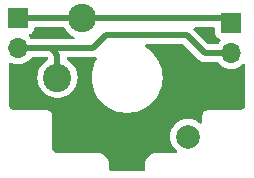
<source format=gbr>
%TF.GenerationSoftware,KiCad,Pcbnew,8.0.2*%
%TF.CreationDate,2024-08-23T14:06:52-07:00*%
%TF.ProjectId,UGC_MechTrigger,5547435f-4d65-4636-9854-726967676572,rev?*%
%TF.SameCoordinates,Original*%
%TF.FileFunction,Copper,L1,Top*%
%TF.FilePolarity,Positive*%
%FSLAX46Y46*%
G04 Gerber Fmt 4.6, Leading zero omitted, Abs format (unit mm)*
G04 Created by KiCad (PCBNEW 8.0.2) date 2024-08-23 14:06:52*
%MOMM*%
%LPD*%
G01*
G04 APERTURE LIST*
%TA.AperFunction,ComponentPad*%
%ADD10R,1.700000X1.700000*%
%TD*%
%TA.AperFunction,ComponentPad*%
%ADD11O,1.700000X1.700000*%
%TD*%
%TA.AperFunction,WasherPad*%
%ADD12C,2.000000*%
%TD*%
%TA.AperFunction,ComponentPad*%
%ADD13C,2.400000*%
%TD*%
%TA.AperFunction,Conductor*%
%ADD14C,0.500000*%
%TD*%
G04 APERTURE END LIST*
D10*
%TO.P,J1,1,Pin_1*%
%TO.N,Net-(J1-Pin_1)*%
X228422200Y-146862800D03*
D11*
%TO.P,J1,2,Pin_2*%
%TO.N,Net-(J1-Pin_2)*%
X228422200Y-149402800D03*
%TD*%
D10*
%TO.P,J2,1,Pin_1*%
%TO.N,Net-(J1-Pin_1)*%
X210388200Y-146456400D03*
D11*
%TO.P,J2,2,Pin_2*%
%TO.N,Net-(J1-Pin_2)*%
X210388200Y-148996400D03*
%TD*%
D12*
%TO.P,SW1,*%
%TO.N,*%
X224768198Y-156464200D03*
D13*
%TO.P,SW1,1,1*%
%TO.N,Net-(J1-Pin_1)*%
X215818198Y-146464200D03*
%TO.P,SW1,2,2*%
%TO.N,Net-(J1-Pin_2)*%
X213718198Y-151464200D03*
%TD*%
D14*
%TO.N,Net-(J1-Pin_1)*%
X215810398Y-146456400D02*
X215818198Y-146464200D01*
X215818198Y-146464200D02*
X228023600Y-146464200D01*
X210388200Y-146456400D02*
X215810398Y-146456400D01*
X228023600Y-146464200D02*
X228422200Y-146862800D01*
%TO.N,Net-(J1-Pin_2)*%
X216738200Y-148996400D02*
X217830400Y-147904200D01*
X213182200Y-148996400D02*
X216738200Y-148996400D01*
X210388200Y-148996400D02*
X213182200Y-148996400D01*
X213182200Y-148996400D02*
X213718198Y-149532398D01*
X213718198Y-149532398D02*
X213718198Y-151464200D01*
X224688400Y-147904200D02*
X226187000Y-149402800D01*
X226187000Y-149402800D02*
X228422200Y-149402800D01*
X217830400Y-147904200D02*
X224688400Y-147904200D01*
%TD*%
%TA.AperFunction,NonConductor*%
G36*
X214278876Y-147226585D02*
G01*
X214319222Y-147268898D01*
X214409239Y-147424812D01*
X214568148Y-147624077D01*
X214754981Y-147797432D01*
X214965564Y-147941005D01*
X214965569Y-147941007D01*
X214965570Y-147941008D01*
X214965571Y-147941009D01*
X215109207Y-148010180D01*
X215161067Y-148057002D01*
X215179380Y-148124429D01*
X215158332Y-148191053D01*
X215104606Y-148235722D01*
X215055406Y-148245900D01*
X211575901Y-148245900D01*
X211508862Y-148226215D01*
X211474326Y-148193023D01*
X211426696Y-148125000D01*
X211372040Y-148070344D01*
X211304767Y-148003071D01*
X211271284Y-147941751D01*
X211276268Y-147872059D01*
X211318139Y-147816125D01*
X211349115Y-147799210D01*
X211480531Y-147750196D01*
X211595746Y-147663946D01*
X211681996Y-147548731D01*
X211732291Y-147413883D01*
X211738700Y-147354273D01*
X211738700Y-147330900D01*
X211758385Y-147263861D01*
X211811189Y-147218106D01*
X211862700Y-147206900D01*
X214211837Y-147206900D01*
X214278876Y-147226585D01*
G37*
%TD.AperFunction*%
%TA.AperFunction,NonConductor*%
G36*
X227014740Y-147234385D02*
G01*
X227060495Y-147287189D01*
X227071701Y-147338700D01*
X227071701Y-147760676D01*
X227078108Y-147820283D01*
X227128402Y-147955128D01*
X227128406Y-147955135D01*
X227214652Y-148070344D01*
X227214655Y-148070347D01*
X227329864Y-148156593D01*
X227329871Y-148156597D01*
X227461281Y-148205610D01*
X227517215Y-148247481D01*
X227541632Y-148312945D01*
X227526780Y-148381218D01*
X227505630Y-148409473D01*
X227383703Y-148531400D01*
X227336074Y-148599423D01*
X227281497Y-148643048D01*
X227234499Y-148652300D01*
X226549229Y-148652300D01*
X226482190Y-148632615D01*
X226461548Y-148615981D01*
X225271950Y-147426381D01*
X225238465Y-147365058D01*
X225243449Y-147295366D01*
X225285321Y-147239433D01*
X225350785Y-147215016D01*
X225359631Y-147214700D01*
X226947701Y-147214700D01*
X227014740Y-147234385D01*
G37*
%TD.AperFunction*%
%TA.AperFunction,NonConductor*%
G36*
X224393209Y-148674385D02*
G01*
X224413851Y-148691019D01*
X225187533Y-149464700D01*
X225604048Y-149881215D01*
X225604049Y-149881216D01*
X225658629Y-149935796D01*
X225708585Y-149985752D01*
X225831498Y-150067880D01*
X225831511Y-150067887D01*
X225945956Y-150115291D01*
X225968087Y-150124458D01*
X225968091Y-150124458D01*
X225968092Y-150124459D01*
X226113079Y-150153300D01*
X226113082Y-150153300D01*
X227234499Y-150153300D01*
X227301538Y-150172985D01*
X227336073Y-150206176D01*
X227383705Y-150274201D01*
X227550799Y-150441295D01*
X227639763Y-150503588D01*
X227744365Y-150576832D01*
X227744367Y-150576833D01*
X227744370Y-150576835D01*
X227958537Y-150676703D01*
X228186792Y-150737863D01*
X228375118Y-150754339D01*
X228422199Y-150758459D01*
X228422200Y-150758459D01*
X228422201Y-150758459D01*
X228461434Y-150755026D01*
X228657608Y-150737863D01*
X228885863Y-150676703D01*
X229100030Y-150576835D01*
X229293601Y-150441295D01*
X229406020Y-150328876D01*
X229467343Y-150295391D01*
X229537035Y-150300375D01*
X229592968Y-150342247D01*
X229617385Y-150407711D01*
X229617701Y-150416557D01*
X229617701Y-153719238D01*
X229616921Y-153733123D01*
X229606741Y-153823465D01*
X229600563Y-153850533D01*
X229572849Y-153929738D01*
X229560800Y-153954758D01*
X229516157Y-154025805D01*
X229498845Y-154047513D01*
X229439513Y-154106845D01*
X229417804Y-154124158D01*
X229346752Y-154168803D01*
X229321735Y-154180850D01*
X229242537Y-154208563D01*
X229215465Y-154214742D01*
X229125102Y-154224923D01*
X229111219Y-154225703D01*
X226402309Y-154225703D01*
X226275013Y-154259811D01*
X226160887Y-154325703D01*
X226160884Y-154325705D01*
X226067703Y-154418886D01*
X226067701Y-154418889D01*
X226001809Y-154533015D01*
X225967701Y-154660311D01*
X225967701Y-155242728D01*
X225948016Y-155309767D01*
X225895212Y-155355522D01*
X225826054Y-155365466D01*
X225767539Y-155340582D01*
X225727948Y-155309767D01*
X225591707Y-155203726D01*
X225591705Y-155203725D01*
X225591704Y-155203724D01*
X225373009Y-155085372D01*
X225373000Y-155085369D01*
X225137814Y-155004629D01*
X224892533Y-154963700D01*
X224643863Y-154963700D01*
X224398581Y-155004629D01*
X224163395Y-155085369D01*
X224163386Y-155085372D01*
X223944691Y-155203724D01*
X223748455Y-155356461D01*
X223580031Y-155539417D01*
X223444024Y-155747593D01*
X223344134Y-155975318D01*
X223283090Y-156216375D01*
X223283088Y-156216387D01*
X223262555Y-156464194D01*
X223262555Y-156464205D01*
X223283088Y-156712012D01*
X223283090Y-156712024D01*
X223344134Y-156953081D01*
X223444024Y-157180806D01*
X223580031Y-157388982D01*
X223580034Y-157388985D01*
X223748454Y-157571938D01*
X223748457Y-157571940D01*
X223748460Y-157571943D01*
X223838272Y-157641847D01*
X223879085Y-157698557D01*
X223882760Y-157768330D01*
X223848128Y-157829013D01*
X223786187Y-157861340D01*
X223762110Y-157863700D01*
X222044710Y-157863700D01*
X222044694Y-157863701D01*
X222030661Y-157863701D01*
X221858264Y-157894099D01*
X221693751Y-157953977D01*
X221542144Y-158041509D01*
X221408036Y-158154039D01*
X221408030Y-158154045D01*
X221295509Y-158288143D01*
X221207978Y-158439752D01*
X221207975Y-158439759D01*
X221148099Y-158604263D01*
X221117701Y-158776665D01*
X221117701Y-159239700D01*
X221098016Y-159306739D01*
X221045212Y-159352494D01*
X220993701Y-159363700D01*
X218242701Y-159363700D01*
X218175662Y-159344015D01*
X218129907Y-159291211D01*
X218118701Y-159239700D01*
X218118701Y-158790713D01*
X218118700Y-158790695D01*
X218118700Y-158776669D01*
X218118700Y-158776667D01*
X218088300Y-158604262D01*
X218028424Y-158439754D01*
X218028418Y-158439743D01*
X217940897Y-158288150D01*
X217940893Y-158288145D01*
X217940892Y-158288143D01*
X217828361Y-158154036D01*
X217694253Y-158041506D01*
X217694252Y-158041505D01*
X217542645Y-157953976D01*
X217542646Y-157953976D01*
X217542642Y-157953974D01*
X217432970Y-157914057D01*
X217378135Y-157894099D01*
X217291931Y-157878899D01*
X217205729Y-157863699D01*
X217205728Y-157863699D01*
X217118196Y-157863700D01*
X213775161Y-157863700D01*
X213761277Y-157862920D01*
X213747254Y-157861340D01*
X213670934Y-157852740D01*
X213643866Y-157846562D01*
X213564661Y-157818848D01*
X213539641Y-157806799D01*
X213468594Y-157762156D01*
X213446886Y-157744844D01*
X213387555Y-157685513D01*
X213370242Y-157663804D01*
X213325595Y-157592749D01*
X213313554Y-157567746D01*
X213285833Y-157488524D01*
X213279658Y-157461463D01*
X213269480Y-157371121D01*
X213268700Y-157357239D01*
X213268700Y-154660313D01*
X213268700Y-154660311D01*
X213234592Y-154533017D01*
X213168700Y-154418889D01*
X213075514Y-154325703D01*
X213018450Y-154292757D01*
X212961387Y-154259811D01*
X212897739Y-154242757D01*
X212834092Y-154225703D01*
X212834091Y-154225703D01*
X210125161Y-154225703D01*
X210111277Y-154224923D01*
X210020932Y-154214743D01*
X209993866Y-154208566D01*
X209914654Y-154180848D01*
X209889645Y-154168804D01*
X209818593Y-154124159D01*
X209796884Y-154106846D01*
X209737553Y-154047515D01*
X209720240Y-154025806D01*
X209675594Y-153954753D01*
X209663548Y-153929738D01*
X209644413Y-153875053D01*
X209635833Y-153850532D01*
X209629656Y-153823463D01*
X209619480Y-153733147D01*
X209618700Y-153719264D01*
X209618700Y-150322329D01*
X209638385Y-150255290D01*
X209691189Y-150209535D01*
X209760347Y-150199591D01*
X209795100Y-150209945D01*
X209924537Y-150270303D01*
X209924542Y-150270304D01*
X209924544Y-150270305D01*
X209979485Y-150285026D01*
X210152792Y-150331463D01*
X210341118Y-150347939D01*
X210388199Y-150352059D01*
X210388200Y-150352059D01*
X210388201Y-150352059D01*
X210427434Y-150348626D01*
X210623608Y-150331463D01*
X210851863Y-150270303D01*
X211066030Y-150170435D01*
X211259601Y-150034895D01*
X211426695Y-149867801D01*
X211474327Y-149799776D01*
X211528904Y-149756151D01*
X211575901Y-149746900D01*
X212819969Y-149746900D01*
X212887008Y-149766585D01*
X212907650Y-149783219D01*
X212908205Y-149783774D01*
X212941690Y-149845097D01*
X212936706Y-149914789D01*
X212894834Y-149970722D01*
X212874329Y-149983174D01*
X212865567Y-149987393D01*
X212654980Y-150130968D01*
X212468150Y-150304321D01*
X212468148Y-150304323D01*
X212309239Y-150503588D01*
X212181806Y-150724309D01*
X212088690Y-150961562D01*
X212088688Y-150961569D01*
X212031975Y-151210045D01*
X212012930Y-151464195D01*
X212012930Y-151464204D01*
X212031975Y-151718354D01*
X212053606Y-151813127D01*
X212088690Y-151966837D01*
X212181805Y-152204088D01*
X212309239Y-152424812D01*
X212468148Y-152624077D01*
X212654981Y-152797432D01*
X212865564Y-152941005D01*
X212865569Y-152941007D01*
X212865570Y-152941008D01*
X212865571Y-152941009D01*
X212987526Y-152999738D01*
X213095190Y-153051587D01*
X213095191Y-153051587D01*
X213095194Y-153051589D01*
X213338740Y-153126713D01*
X213590763Y-153164700D01*
X213845633Y-153164700D01*
X214097656Y-153126713D01*
X214341202Y-153051589D01*
X214570832Y-152941005D01*
X214781415Y-152797432D01*
X214968248Y-152624077D01*
X215127157Y-152424812D01*
X215254591Y-152204088D01*
X215347706Y-151966837D01*
X215404420Y-151718357D01*
X215423466Y-151464200D01*
X215404420Y-151210043D01*
X215347706Y-150961563D01*
X215254591Y-150724312D01*
X215127157Y-150503588D01*
X214968248Y-150304323D01*
X214781415Y-150130968D01*
X214570832Y-149987395D01*
X214560915Y-149982619D01*
X214509057Y-149935796D01*
X214490745Y-149868369D01*
X214511794Y-149801745D01*
X214565520Y-149757078D01*
X214614719Y-149746900D01*
X216812119Y-149746900D01*
X216888471Y-149731712D01*
X216919775Y-149725485D01*
X216989366Y-149731712D01*
X217044544Y-149774574D01*
X217067789Y-149840464D01*
X217051722Y-149908461D01*
X217051354Y-149909101D01*
X216932315Y-150115283D01*
X216932305Y-150115304D01*
X216793872Y-150436227D01*
X216693628Y-150771065D01*
X216693626Y-150771072D01*
X216632937Y-151115261D01*
X216632936Y-151115272D01*
X216612613Y-151464196D01*
X216612613Y-151464203D01*
X216632936Y-151813127D01*
X216632937Y-151813138D01*
X216693626Y-152157327D01*
X216693628Y-152157334D01*
X216793872Y-152492172D01*
X216932305Y-152813095D01*
X216932311Y-152813108D01*
X217107068Y-153115797D01*
X217315782Y-153396149D01*
X217315787Y-153396155D01*
X217360312Y-153443348D01*
X217555640Y-153650383D01*
X217732101Y-153798451D01*
X217823384Y-153875047D01*
X217823392Y-153875053D01*
X218115401Y-154067111D01*
X218115405Y-154067113D01*
X218427747Y-154223977D01*
X218756187Y-154343519D01*
X219096284Y-154424123D01*
X219443439Y-154464700D01*
X219443446Y-154464700D01*
X219792950Y-154464700D01*
X219792957Y-154464700D01*
X220140112Y-154424123D01*
X220480209Y-154343519D01*
X220808649Y-154223977D01*
X221120991Y-154067113D01*
X221413009Y-153875049D01*
X221680756Y-153650383D01*
X221920610Y-153396153D01*
X222129328Y-153115796D01*
X222304087Y-152813104D01*
X222442524Y-152492171D01*
X222542767Y-152157336D01*
X222603460Y-151813127D01*
X222623783Y-151464200D01*
X222603460Y-151115273D01*
X222576357Y-150961562D01*
X222542769Y-150771072D01*
X222542767Y-150771065D01*
X222532827Y-150737863D01*
X222442524Y-150436229D01*
X222304087Y-150115296D01*
X222188324Y-149914789D01*
X222129327Y-149812602D01*
X221920613Y-149532250D01*
X221920608Y-149532244D01*
X221804631Y-149409317D01*
X221680756Y-149278017D01*
X221532686Y-149153772D01*
X221413011Y-149053352D01*
X221413003Y-149053346D01*
X221152941Y-148882300D01*
X221107747Y-148829015D01*
X221098536Y-148759755D01*
X221128231Y-148696510D01*
X221187406Y-148659360D01*
X221221080Y-148654700D01*
X224326170Y-148654700D01*
X224393209Y-148674385D01*
G37*
%TD.AperFunction*%
M02*

</source>
